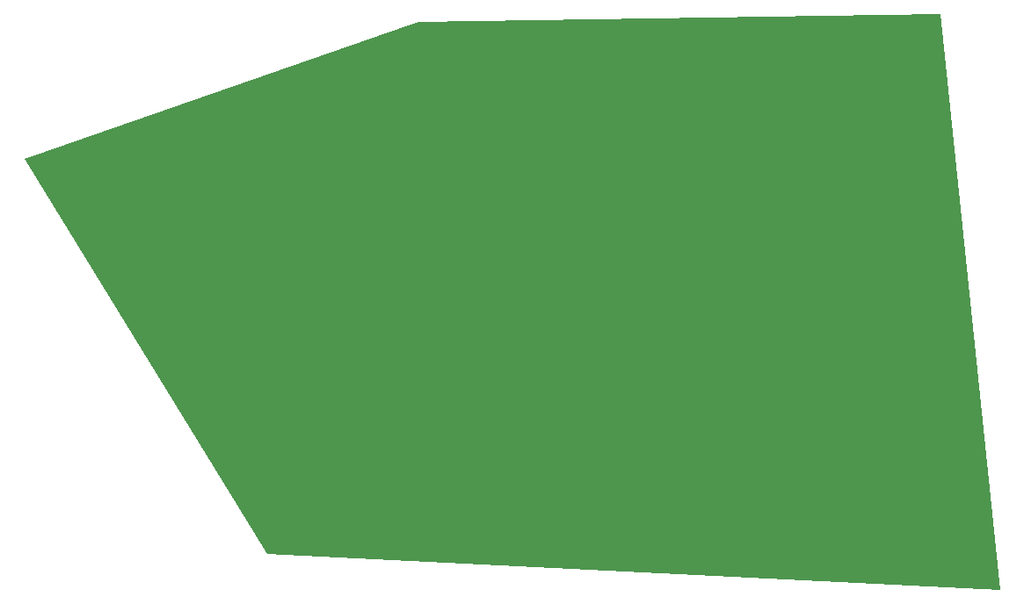
<source format=gto>
G04 Layer_Color=65535*
%FSLAX25Y25*%
%MOIN*%
G70*
G01*
G75*
G36*
X574000Y165500D02*
X296000Y179000D01*
X204000Y329000D01*
X353500Y381000D01*
X551500Y384000D01*
X574000Y165500D01*
D02*
G37*
M02*

</source>
